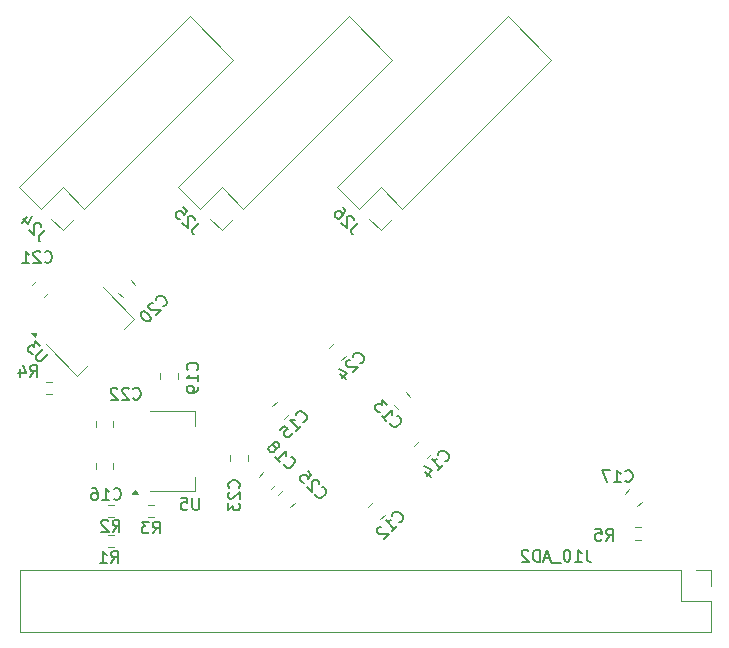
<source format=gbr>
%TF.GenerationSoftware,KiCad,Pcbnew,8.0.4*%
%TF.CreationDate,2024-12-17T16:17:44+07:00*%
%TF.ProjectId,cpld_mux,63706c64-5f6d-4757-982e-6b696361645f,rev?*%
%TF.SameCoordinates,Original*%
%TF.FileFunction,Legend,Bot*%
%TF.FilePolarity,Positive*%
%FSLAX46Y46*%
G04 Gerber Fmt 4.6, Leading zero omitted, Abs format (unit mm)*
G04 Created by KiCad (PCBNEW 8.0.4) date 2024-12-17 16:17:44*
%MOMM*%
%LPD*%
G01*
G04 APERTURE LIST*
%ADD10C,0.150000*%
%ADD11C,0.120000*%
G04 APERTURE END LIST*
D10*
X29699867Y-75814572D02*
X30033200Y-75338381D01*
X30271295Y-75814572D02*
X30271295Y-74814572D01*
X30271295Y-74814572D02*
X29890343Y-74814572D01*
X29890343Y-74814572D02*
X29795105Y-74862191D01*
X29795105Y-74862191D02*
X29747486Y-74909810D01*
X29747486Y-74909810D02*
X29699867Y-75005048D01*
X29699867Y-75005048D02*
X29699867Y-75147905D01*
X29699867Y-75147905D02*
X29747486Y-75243143D01*
X29747486Y-75243143D02*
X29795105Y-75290762D01*
X29795105Y-75290762D02*
X29890343Y-75338381D01*
X29890343Y-75338381D02*
X30271295Y-75338381D01*
X28747486Y-75814572D02*
X29318914Y-75814572D01*
X29033200Y-75814572D02*
X29033200Y-74814572D01*
X29033200Y-74814572D02*
X29128438Y-74957429D01*
X29128438Y-74957429D02*
X29223676Y-75052667D01*
X29223676Y-75052667D02*
X29318914Y-75100286D01*
X53347319Y-63958273D02*
X53347319Y-64025617D01*
X53347319Y-64025617D02*
X53414663Y-64160304D01*
X53414663Y-64160304D02*
X53482006Y-64227647D01*
X53482006Y-64227647D02*
X53616693Y-64294991D01*
X53616693Y-64294991D02*
X53751380Y-64294991D01*
X53751380Y-64294991D02*
X53852395Y-64261319D01*
X53852395Y-64261319D02*
X54020754Y-64160304D01*
X54020754Y-64160304D02*
X54121769Y-64059289D01*
X54121769Y-64059289D02*
X54222785Y-63890930D01*
X54222785Y-63890930D02*
X54256456Y-63789915D01*
X54256456Y-63789915D02*
X54256456Y-63655228D01*
X54256456Y-63655228D02*
X54189113Y-63520541D01*
X54189113Y-63520541D02*
X54121769Y-63453197D01*
X54121769Y-63453197D02*
X53987082Y-63385854D01*
X53987082Y-63385854D02*
X53919739Y-63385854D01*
X52606541Y-63352182D02*
X53010602Y-63756243D01*
X52808571Y-63554212D02*
X53515678Y-62847106D01*
X53515678Y-62847106D02*
X53482006Y-63015464D01*
X53482006Y-63015464D02*
X53482006Y-63150151D01*
X53482006Y-63150151D02*
X53515678Y-63251167D01*
X53077945Y-62409373D02*
X52640212Y-61971640D01*
X52640212Y-61971640D02*
X52606540Y-62476716D01*
X52606540Y-62476716D02*
X52505525Y-62375701D01*
X52505525Y-62375701D02*
X52404510Y-62342029D01*
X52404510Y-62342029D02*
X52337166Y-62342029D01*
X52337166Y-62342029D02*
X52236151Y-62375701D01*
X52236151Y-62375701D02*
X52067792Y-62544060D01*
X52067792Y-62544060D02*
X52034121Y-62645075D01*
X52034121Y-62645075D02*
X52034121Y-62712418D01*
X52034121Y-62712418D02*
X52067792Y-62813434D01*
X52067792Y-62813434D02*
X52269823Y-63015464D01*
X52269823Y-63015464D02*
X52370838Y-63049136D01*
X52370838Y-63049136D02*
X52438182Y-63049136D01*
X50621410Y-47016331D02*
X50116334Y-47521407D01*
X50116334Y-47521407D02*
X50048990Y-47656094D01*
X50048990Y-47656094D02*
X50048990Y-47790781D01*
X50048990Y-47790781D02*
X50116334Y-47925468D01*
X50116334Y-47925468D02*
X50183677Y-47992812D01*
X50251021Y-46780628D02*
X50251021Y-46713285D01*
X50251021Y-46713285D02*
X50217349Y-46612270D01*
X50217349Y-46612270D02*
X50048990Y-46443911D01*
X50048990Y-46443911D02*
X49947975Y-46410239D01*
X49947975Y-46410239D02*
X49880631Y-46410239D01*
X49880631Y-46410239D02*
X49779616Y-46443911D01*
X49779616Y-46443911D02*
X49712273Y-46511254D01*
X49712273Y-46511254D02*
X49644929Y-46645941D01*
X49644929Y-46645941D02*
X49644929Y-47454063D01*
X49644929Y-47454063D02*
X49207196Y-47016331D01*
X49308212Y-45703132D02*
X49442899Y-45837819D01*
X49442899Y-45837819D02*
X49476570Y-45938835D01*
X49476570Y-45938835D02*
X49476570Y-46006178D01*
X49476570Y-46006178D02*
X49442899Y-46174537D01*
X49442899Y-46174537D02*
X49341883Y-46342896D01*
X49341883Y-46342896D02*
X49072509Y-46612270D01*
X49072509Y-46612270D02*
X48971494Y-46645941D01*
X48971494Y-46645941D02*
X48904151Y-46645941D01*
X48904151Y-46645941D02*
X48803135Y-46612270D01*
X48803135Y-46612270D02*
X48668448Y-46477583D01*
X48668448Y-46477583D02*
X48634777Y-46376567D01*
X48634777Y-46376567D02*
X48634777Y-46309224D01*
X48634777Y-46309224D02*
X48668448Y-46208209D01*
X48668448Y-46208209D02*
X48836807Y-46039850D01*
X48836807Y-46039850D02*
X48937822Y-46006178D01*
X48937822Y-46006178D02*
X49005166Y-46006178D01*
X49005166Y-46006178D02*
X49106181Y-46039850D01*
X49106181Y-46039850D02*
X49240868Y-46174537D01*
X49240868Y-46174537D02*
X49274540Y-46275552D01*
X49274540Y-46275552D02*
X49274540Y-46342896D01*
X49274540Y-46342896D02*
X49240868Y-46443911D01*
X24080058Y-50319333D02*
X24127677Y-50366953D01*
X24127677Y-50366953D02*
X24270534Y-50414572D01*
X24270534Y-50414572D02*
X24365772Y-50414572D01*
X24365772Y-50414572D02*
X24508629Y-50366953D01*
X24508629Y-50366953D02*
X24603867Y-50271714D01*
X24603867Y-50271714D02*
X24651486Y-50176476D01*
X24651486Y-50176476D02*
X24699105Y-49986000D01*
X24699105Y-49986000D02*
X24699105Y-49843143D01*
X24699105Y-49843143D02*
X24651486Y-49652667D01*
X24651486Y-49652667D02*
X24603867Y-49557429D01*
X24603867Y-49557429D02*
X24508629Y-49462191D01*
X24508629Y-49462191D02*
X24365772Y-49414572D01*
X24365772Y-49414572D02*
X24270534Y-49414572D01*
X24270534Y-49414572D02*
X24127677Y-49462191D01*
X24127677Y-49462191D02*
X24080058Y-49509810D01*
X23699105Y-49509810D02*
X23651486Y-49462191D01*
X23651486Y-49462191D02*
X23556248Y-49414572D01*
X23556248Y-49414572D02*
X23318153Y-49414572D01*
X23318153Y-49414572D02*
X23222915Y-49462191D01*
X23222915Y-49462191D02*
X23175296Y-49509810D01*
X23175296Y-49509810D02*
X23127677Y-49605048D01*
X23127677Y-49605048D02*
X23127677Y-49700286D01*
X23127677Y-49700286D02*
X23175296Y-49843143D01*
X23175296Y-49843143D02*
X23746724Y-50414572D01*
X23746724Y-50414572D02*
X23127677Y-50414572D01*
X22175296Y-50414572D02*
X22746724Y-50414572D01*
X22461010Y-50414572D02*
X22461010Y-49414572D01*
X22461010Y-49414572D02*
X22556248Y-49557429D01*
X22556248Y-49557429D02*
X22651486Y-49652667D01*
X22651486Y-49652667D02*
X22746724Y-49700286D01*
X45944721Y-63864634D02*
X46012065Y-63864634D01*
X46012065Y-63864634D02*
X46146752Y-63797290D01*
X46146752Y-63797290D02*
X46214095Y-63729947D01*
X46214095Y-63729947D02*
X46281439Y-63595260D01*
X46281439Y-63595260D02*
X46281439Y-63460573D01*
X46281439Y-63460573D02*
X46247767Y-63359558D01*
X46247767Y-63359558D02*
X46146752Y-63191199D01*
X46146752Y-63191199D02*
X46045737Y-63090184D01*
X46045737Y-63090184D02*
X45877378Y-62989168D01*
X45877378Y-62989168D02*
X45776363Y-62955497D01*
X45776363Y-62955497D02*
X45641676Y-62955497D01*
X45641676Y-62955497D02*
X45506989Y-63022840D01*
X45506989Y-63022840D02*
X45439645Y-63090184D01*
X45439645Y-63090184D02*
X45372302Y-63224871D01*
X45372302Y-63224871D02*
X45372302Y-63292214D01*
X45338630Y-64605412D02*
X45742691Y-64201351D01*
X45540660Y-64403382D02*
X44833554Y-63696275D01*
X44833554Y-63696275D02*
X45001912Y-63729947D01*
X45001912Y-63729947D02*
X45136599Y-63729947D01*
X45136599Y-63729947D02*
X45237615Y-63696275D01*
X43991760Y-64538069D02*
X44328477Y-64201351D01*
X44328477Y-64201351D02*
X44698866Y-64504397D01*
X44698866Y-64504397D02*
X44631523Y-64504397D01*
X44631523Y-64504397D02*
X44530508Y-64538069D01*
X44530508Y-64538069D02*
X44362149Y-64706428D01*
X44362149Y-64706428D02*
X44328477Y-64807443D01*
X44328477Y-64807443D02*
X44328477Y-64874787D01*
X44328477Y-64874787D02*
X44362149Y-64975802D01*
X44362149Y-64975802D02*
X44530508Y-65144161D01*
X44530508Y-65144161D02*
X44631523Y-65177832D01*
X44631523Y-65177832D02*
X44698866Y-65177832D01*
X44698866Y-65177832D02*
X44799882Y-65144161D01*
X44799882Y-65144161D02*
X44968240Y-64975802D01*
X44968240Y-64975802D02*
X45001912Y-64874787D01*
X45001912Y-64874787D02*
X45001912Y-64807443D01*
X37153105Y-70297573D02*
X37153105Y-71107096D01*
X37153105Y-71107096D02*
X37105486Y-71202334D01*
X37105486Y-71202334D02*
X37057867Y-71249954D01*
X37057867Y-71249954D02*
X36962629Y-71297573D01*
X36962629Y-71297573D02*
X36772153Y-71297573D01*
X36772153Y-71297573D02*
X36676915Y-71249954D01*
X36676915Y-71249954D02*
X36629296Y-71202334D01*
X36629296Y-71202334D02*
X36581677Y-71107096D01*
X36581677Y-71107096D02*
X36581677Y-70297573D01*
X35629296Y-70297573D02*
X36105486Y-70297573D01*
X36105486Y-70297573D02*
X36153105Y-70773763D01*
X36153105Y-70773763D02*
X36105486Y-70726144D01*
X36105486Y-70726144D02*
X36010248Y-70678525D01*
X36010248Y-70678525D02*
X35772153Y-70678525D01*
X35772153Y-70678525D02*
X35676915Y-70726144D01*
X35676915Y-70726144D02*
X35629296Y-70773763D01*
X35629296Y-70773763D02*
X35581677Y-70869001D01*
X35581677Y-70869001D02*
X35581677Y-71107096D01*
X35581677Y-71107096D02*
X35629296Y-71202334D01*
X35629296Y-71202334D02*
X35676915Y-71249954D01*
X35676915Y-71249954D02*
X35772153Y-71297573D01*
X35772153Y-71297573D02*
X36010248Y-71297573D01*
X36010248Y-71297573D02*
X36105486Y-71249954D01*
X36105486Y-71249954D02*
X36153105Y-71202334D01*
X69974439Y-74687572D02*
X69974439Y-75401857D01*
X69974439Y-75401857D02*
X70022058Y-75544714D01*
X70022058Y-75544714D02*
X70117296Y-75639953D01*
X70117296Y-75639953D02*
X70260153Y-75687572D01*
X70260153Y-75687572D02*
X70355391Y-75687572D01*
X68974439Y-75687572D02*
X69545867Y-75687572D01*
X69260153Y-75687572D02*
X69260153Y-74687572D01*
X69260153Y-74687572D02*
X69355391Y-74830429D01*
X69355391Y-74830429D02*
X69450629Y-74925667D01*
X69450629Y-74925667D02*
X69545867Y-74973286D01*
X68355391Y-74687572D02*
X68260153Y-74687572D01*
X68260153Y-74687572D02*
X68164915Y-74735191D01*
X68164915Y-74735191D02*
X68117296Y-74782810D01*
X68117296Y-74782810D02*
X68069677Y-74878048D01*
X68069677Y-74878048D02*
X68022058Y-75068524D01*
X68022058Y-75068524D02*
X68022058Y-75306619D01*
X68022058Y-75306619D02*
X68069677Y-75497095D01*
X68069677Y-75497095D02*
X68117296Y-75592333D01*
X68117296Y-75592333D02*
X68164915Y-75639953D01*
X68164915Y-75639953D02*
X68260153Y-75687572D01*
X68260153Y-75687572D02*
X68355391Y-75687572D01*
X68355391Y-75687572D02*
X68450629Y-75639953D01*
X68450629Y-75639953D02*
X68498248Y-75592333D01*
X68498248Y-75592333D02*
X68545867Y-75497095D01*
X68545867Y-75497095D02*
X68593486Y-75306619D01*
X68593486Y-75306619D02*
X68593486Y-75068524D01*
X68593486Y-75068524D02*
X68545867Y-74878048D01*
X68545867Y-74878048D02*
X68498248Y-74782810D01*
X68498248Y-74782810D02*
X68450629Y-74735191D01*
X68450629Y-74735191D02*
X68355391Y-74687572D01*
X67831582Y-75782810D02*
X67069677Y-75782810D01*
X66879200Y-75401857D02*
X66403010Y-75401857D01*
X66974438Y-75687572D02*
X66641105Y-74687572D01*
X66641105Y-74687572D02*
X66307772Y-75687572D01*
X65974438Y-75687572D02*
X65974438Y-74687572D01*
X65974438Y-74687572D02*
X65736343Y-74687572D01*
X65736343Y-74687572D02*
X65593486Y-74735191D01*
X65593486Y-74735191D02*
X65498248Y-74830429D01*
X65498248Y-74830429D02*
X65450629Y-74925667D01*
X65450629Y-74925667D02*
X65403010Y-75116143D01*
X65403010Y-75116143D02*
X65403010Y-75259000D01*
X65403010Y-75259000D02*
X65450629Y-75449476D01*
X65450629Y-75449476D02*
X65498248Y-75544714D01*
X65498248Y-75544714D02*
X65593486Y-75639953D01*
X65593486Y-75639953D02*
X65736343Y-75687572D01*
X65736343Y-75687572D02*
X65974438Y-75687572D01*
X65022057Y-74782810D02*
X64974438Y-74735191D01*
X64974438Y-74735191D02*
X64879200Y-74687572D01*
X64879200Y-74687572D02*
X64641105Y-74687572D01*
X64641105Y-74687572D02*
X64545867Y-74735191D01*
X64545867Y-74735191D02*
X64498248Y-74782810D01*
X64498248Y-74782810D02*
X64450629Y-74878048D01*
X64450629Y-74878048D02*
X64450629Y-74973286D01*
X64450629Y-74973286D02*
X64498248Y-75116143D01*
X64498248Y-75116143D02*
X65069676Y-75687572D01*
X65069676Y-75687572D02*
X64450629Y-75687572D01*
X73229058Y-68861334D02*
X73276677Y-68908954D01*
X73276677Y-68908954D02*
X73419534Y-68956573D01*
X73419534Y-68956573D02*
X73514772Y-68956573D01*
X73514772Y-68956573D02*
X73657629Y-68908954D01*
X73657629Y-68908954D02*
X73752867Y-68813715D01*
X73752867Y-68813715D02*
X73800486Y-68718477D01*
X73800486Y-68718477D02*
X73848105Y-68528001D01*
X73848105Y-68528001D02*
X73848105Y-68385144D01*
X73848105Y-68385144D02*
X73800486Y-68194668D01*
X73800486Y-68194668D02*
X73752867Y-68099430D01*
X73752867Y-68099430D02*
X73657629Y-68004192D01*
X73657629Y-68004192D02*
X73514772Y-67956573D01*
X73514772Y-67956573D02*
X73419534Y-67956573D01*
X73419534Y-67956573D02*
X73276677Y-68004192D01*
X73276677Y-68004192D02*
X73229058Y-68051811D01*
X72276677Y-68956573D02*
X72848105Y-68956573D01*
X72562391Y-68956573D02*
X72562391Y-67956573D01*
X72562391Y-67956573D02*
X72657629Y-68099430D01*
X72657629Y-68099430D02*
X72752867Y-68194668D01*
X72752867Y-68194668D02*
X72848105Y-68242287D01*
X71943343Y-67956573D02*
X71276677Y-67956573D01*
X71276677Y-67956573D02*
X71705248Y-68956573D01*
X29922058Y-70385333D02*
X29969677Y-70432953D01*
X29969677Y-70432953D02*
X30112534Y-70480572D01*
X30112534Y-70480572D02*
X30207772Y-70480572D01*
X30207772Y-70480572D02*
X30350629Y-70432953D01*
X30350629Y-70432953D02*
X30445867Y-70337714D01*
X30445867Y-70337714D02*
X30493486Y-70242476D01*
X30493486Y-70242476D02*
X30541105Y-70052000D01*
X30541105Y-70052000D02*
X30541105Y-69909143D01*
X30541105Y-69909143D02*
X30493486Y-69718667D01*
X30493486Y-69718667D02*
X30445867Y-69623429D01*
X30445867Y-69623429D02*
X30350629Y-69528191D01*
X30350629Y-69528191D02*
X30207772Y-69480572D01*
X30207772Y-69480572D02*
X30112534Y-69480572D01*
X30112534Y-69480572D02*
X29969677Y-69528191D01*
X29969677Y-69528191D02*
X29922058Y-69575810D01*
X28969677Y-70480572D02*
X29541105Y-70480572D01*
X29255391Y-70480572D02*
X29255391Y-69480572D01*
X29255391Y-69480572D02*
X29350629Y-69623429D01*
X29350629Y-69623429D02*
X29445867Y-69718667D01*
X29445867Y-69718667D02*
X29541105Y-69766286D01*
X28112534Y-69480572D02*
X28303010Y-69480572D01*
X28303010Y-69480572D02*
X28398248Y-69528191D01*
X28398248Y-69528191D02*
X28445867Y-69575810D01*
X28445867Y-69575810D02*
X28541105Y-69718667D01*
X28541105Y-69718667D02*
X28588724Y-69909143D01*
X28588724Y-69909143D02*
X28588724Y-70290095D01*
X28588724Y-70290095D02*
X28541105Y-70385333D01*
X28541105Y-70385333D02*
X28493486Y-70432953D01*
X28493486Y-70432953D02*
X28398248Y-70480572D01*
X28398248Y-70480572D02*
X28207772Y-70480572D01*
X28207772Y-70480572D02*
X28112534Y-70432953D01*
X28112534Y-70432953D02*
X28064915Y-70385333D01*
X28064915Y-70385333D02*
X28017296Y-70290095D01*
X28017296Y-70290095D02*
X28017296Y-70052000D01*
X28017296Y-70052000D02*
X28064915Y-69956762D01*
X28064915Y-69956762D02*
X28112534Y-69909143D01*
X28112534Y-69909143D02*
X28207772Y-69861524D01*
X28207772Y-69861524D02*
X28398248Y-69861524D01*
X28398248Y-69861524D02*
X28493486Y-69909143D01*
X28493486Y-69909143D02*
X28541105Y-69956762D01*
X28541105Y-69956762D02*
X28588724Y-70052000D01*
X24141121Y-47606671D02*
X23636045Y-48111747D01*
X23636045Y-48111747D02*
X23568701Y-48246434D01*
X23568701Y-48246434D02*
X23568701Y-48381121D01*
X23568701Y-48381121D02*
X23636045Y-48515808D01*
X23636045Y-48515808D02*
X23703388Y-48583152D01*
X23770732Y-47370968D02*
X23770732Y-47303625D01*
X23770732Y-47303625D02*
X23737060Y-47202610D01*
X23737060Y-47202610D02*
X23568701Y-47034251D01*
X23568701Y-47034251D02*
X23467686Y-47000579D01*
X23467686Y-47000579D02*
X23400342Y-47000579D01*
X23400342Y-47000579D02*
X23299327Y-47034251D01*
X23299327Y-47034251D02*
X23231984Y-47101594D01*
X23231984Y-47101594D02*
X23164640Y-47236281D01*
X23164640Y-47236281D02*
X23164640Y-48044403D01*
X23164640Y-48044403D02*
X22726907Y-47606671D01*
X22592220Y-46529175D02*
X22120816Y-47000579D01*
X23029953Y-46428159D02*
X22693236Y-47101594D01*
X22693236Y-47101594D02*
X22255503Y-46663862D01*
X37159410Y-47016331D02*
X36654334Y-47521407D01*
X36654334Y-47521407D02*
X36586990Y-47656094D01*
X36586990Y-47656094D02*
X36586990Y-47790781D01*
X36586990Y-47790781D02*
X36654334Y-47925468D01*
X36654334Y-47925468D02*
X36721677Y-47992812D01*
X36789021Y-46780628D02*
X36789021Y-46713285D01*
X36789021Y-46713285D02*
X36755349Y-46612270D01*
X36755349Y-46612270D02*
X36586990Y-46443911D01*
X36586990Y-46443911D02*
X36485975Y-46410239D01*
X36485975Y-46410239D02*
X36418631Y-46410239D01*
X36418631Y-46410239D02*
X36317616Y-46443911D01*
X36317616Y-46443911D02*
X36250273Y-46511254D01*
X36250273Y-46511254D02*
X36182929Y-46645941D01*
X36182929Y-46645941D02*
X36182929Y-47454063D01*
X36182929Y-47454063D02*
X35745196Y-47016331D01*
X35812540Y-45669461D02*
X36149257Y-46006178D01*
X36149257Y-46006178D02*
X35846212Y-46376567D01*
X35846212Y-46376567D02*
X35846212Y-46309224D01*
X35846212Y-46309224D02*
X35812540Y-46208209D01*
X35812540Y-46208209D02*
X35644181Y-46039850D01*
X35644181Y-46039850D02*
X35543166Y-46006178D01*
X35543166Y-46006178D02*
X35475822Y-46006178D01*
X35475822Y-46006178D02*
X35374807Y-46039850D01*
X35374807Y-46039850D02*
X35206448Y-46208209D01*
X35206448Y-46208209D02*
X35172777Y-46309224D01*
X35172777Y-46309224D02*
X35172777Y-46376567D01*
X35172777Y-46376567D02*
X35206448Y-46477583D01*
X35206448Y-46477583D02*
X35374807Y-46645941D01*
X35374807Y-46645941D02*
X35475822Y-46679613D01*
X35475822Y-46679613D02*
X35543166Y-46679613D01*
X37004781Y-59476895D02*
X37052401Y-59429276D01*
X37052401Y-59429276D02*
X37100020Y-59286419D01*
X37100020Y-59286419D02*
X37100020Y-59191181D01*
X37100020Y-59191181D02*
X37052401Y-59048324D01*
X37052401Y-59048324D02*
X36957162Y-58953086D01*
X36957162Y-58953086D02*
X36861924Y-58905467D01*
X36861924Y-58905467D02*
X36671448Y-58857848D01*
X36671448Y-58857848D02*
X36528591Y-58857848D01*
X36528591Y-58857848D02*
X36338115Y-58905467D01*
X36338115Y-58905467D02*
X36242877Y-58953086D01*
X36242877Y-58953086D02*
X36147639Y-59048324D01*
X36147639Y-59048324D02*
X36100020Y-59191181D01*
X36100020Y-59191181D02*
X36100020Y-59286419D01*
X36100020Y-59286419D02*
X36147639Y-59429276D01*
X36147639Y-59429276D02*
X36195258Y-59476895D01*
X37100020Y-60429276D02*
X37100020Y-59857848D01*
X37100020Y-60143562D02*
X36100020Y-60143562D01*
X36100020Y-60143562D02*
X36242877Y-60048324D01*
X36242877Y-60048324D02*
X36338115Y-59953086D01*
X36338115Y-59953086D02*
X36385734Y-59857848D01*
X37100020Y-60905467D02*
X37100020Y-61095943D01*
X37100020Y-61095943D02*
X37052401Y-61191181D01*
X37052401Y-61191181D02*
X37004781Y-61238800D01*
X37004781Y-61238800D02*
X36861924Y-61334038D01*
X36861924Y-61334038D02*
X36671448Y-61381657D01*
X36671448Y-61381657D02*
X36290496Y-61381657D01*
X36290496Y-61381657D02*
X36195258Y-61334038D01*
X36195258Y-61334038D02*
X36147639Y-61286419D01*
X36147639Y-61286419D02*
X36100020Y-61191181D01*
X36100020Y-61191181D02*
X36100020Y-61000705D01*
X36100020Y-61000705D02*
X36147639Y-60905467D01*
X36147639Y-60905467D02*
X36195258Y-60857848D01*
X36195258Y-60857848D02*
X36290496Y-60810229D01*
X36290496Y-60810229D02*
X36528591Y-60810229D01*
X36528591Y-60810229D02*
X36623829Y-60857848D01*
X36623829Y-60857848D02*
X36671448Y-60905467D01*
X36671448Y-60905467D02*
X36719067Y-61000705D01*
X36719067Y-61000705D02*
X36719067Y-61191181D01*
X36719067Y-61191181D02*
X36671448Y-61286419D01*
X36671448Y-61286419D02*
X36623829Y-61334038D01*
X36623829Y-61334038D02*
X36528591Y-61381657D01*
X29826867Y-73147572D02*
X30160200Y-72671381D01*
X30398295Y-73147572D02*
X30398295Y-72147572D01*
X30398295Y-72147572D02*
X30017343Y-72147572D01*
X30017343Y-72147572D02*
X29922105Y-72195191D01*
X29922105Y-72195191D02*
X29874486Y-72242810D01*
X29874486Y-72242810D02*
X29826867Y-72338048D01*
X29826867Y-72338048D02*
X29826867Y-72480905D01*
X29826867Y-72480905D02*
X29874486Y-72576143D01*
X29874486Y-72576143D02*
X29922105Y-72623762D01*
X29922105Y-72623762D02*
X30017343Y-72671381D01*
X30017343Y-72671381D02*
X30398295Y-72671381D01*
X29445914Y-72242810D02*
X29398295Y-72195191D01*
X29398295Y-72195191D02*
X29303057Y-72147572D01*
X29303057Y-72147572D02*
X29064962Y-72147572D01*
X29064962Y-72147572D02*
X28969724Y-72195191D01*
X28969724Y-72195191D02*
X28922105Y-72242810D01*
X28922105Y-72242810D02*
X28874486Y-72338048D01*
X28874486Y-72338048D02*
X28874486Y-72433286D01*
X28874486Y-72433286D02*
X28922105Y-72576143D01*
X28922105Y-72576143D02*
X29493533Y-73147572D01*
X29493533Y-73147572D02*
X28874486Y-73147572D01*
X57972970Y-67203385D02*
X58040314Y-67203385D01*
X58040314Y-67203385D02*
X58175001Y-67136041D01*
X58175001Y-67136041D02*
X58242344Y-67068698D01*
X58242344Y-67068698D02*
X58309688Y-66934011D01*
X58309688Y-66934011D02*
X58309688Y-66799324D01*
X58309688Y-66799324D02*
X58276016Y-66698309D01*
X58276016Y-66698309D02*
X58175001Y-66529950D01*
X58175001Y-66529950D02*
X58073986Y-66428935D01*
X58073986Y-66428935D02*
X57905627Y-66327919D01*
X57905627Y-66327919D02*
X57804612Y-66294248D01*
X57804612Y-66294248D02*
X57669925Y-66294248D01*
X57669925Y-66294248D02*
X57535238Y-66361591D01*
X57535238Y-66361591D02*
X57467894Y-66428935D01*
X57467894Y-66428935D02*
X57400551Y-66563622D01*
X57400551Y-66563622D02*
X57400551Y-66630965D01*
X57366879Y-67944163D02*
X57770940Y-67540102D01*
X57568909Y-67742133D02*
X56861803Y-67035026D01*
X56861803Y-67035026D02*
X57030161Y-67068698D01*
X57030161Y-67068698D02*
X57164848Y-67068698D01*
X57164848Y-67068698D02*
X57265864Y-67035026D01*
X56289383Y-68078851D02*
X56760787Y-68550255D01*
X56188367Y-67641118D02*
X56861802Y-67977835D01*
X56861802Y-67977835D02*
X56424070Y-68415568D01*
X22841867Y-60066572D02*
X23175200Y-59590381D01*
X23413295Y-60066572D02*
X23413295Y-59066572D01*
X23413295Y-59066572D02*
X23032343Y-59066572D01*
X23032343Y-59066572D02*
X22937105Y-59114191D01*
X22937105Y-59114191D02*
X22889486Y-59161810D01*
X22889486Y-59161810D02*
X22841867Y-59257048D01*
X22841867Y-59257048D02*
X22841867Y-59399905D01*
X22841867Y-59399905D02*
X22889486Y-59495143D01*
X22889486Y-59495143D02*
X22937105Y-59542762D01*
X22937105Y-59542762D02*
X23032343Y-59590381D01*
X23032343Y-59590381D02*
X23413295Y-59590381D01*
X21984724Y-59399905D02*
X21984724Y-60066572D01*
X22222819Y-59018953D02*
X22460914Y-59733238D01*
X22460914Y-59733238D02*
X21841867Y-59733238D01*
X71609867Y-73909572D02*
X71943200Y-73433381D01*
X72181295Y-73909572D02*
X72181295Y-72909572D01*
X72181295Y-72909572D02*
X71800343Y-72909572D01*
X71800343Y-72909572D02*
X71705105Y-72957191D01*
X71705105Y-72957191D02*
X71657486Y-73004810D01*
X71657486Y-73004810D02*
X71609867Y-73100048D01*
X71609867Y-73100048D02*
X71609867Y-73242905D01*
X71609867Y-73242905D02*
X71657486Y-73338143D01*
X71657486Y-73338143D02*
X71705105Y-73385762D01*
X71705105Y-73385762D02*
X71800343Y-73433381D01*
X71800343Y-73433381D02*
X72181295Y-73433381D01*
X70705105Y-72909572D02*
X71181295Y-72909572D01*
X71181295Y-72909572D02*
X71228914Y-73385762D01*
X71228914Y-73385762D02*
X71181295Y-73338143D01*
X71181295Y-73338143D02*
X71086057Y-73290524D01*
X71086057Y-73290524D02*
X70847962Y-73290524D01*
X70847962Y-73290524D02*
X70752724Y-73338143D01*
X70752724Y-73338143D02*
X70705105Y-73385762D01*
X70705105Y-73385762D02*
X70657486Y-73481000D01*
X70657486Y-73481000D02*
X70657486Y-73719095D01*
X70657486Y-73719095D02*
X70705105Y-73814333D01*
X70705105Y-73814333D02*
X70752724Y-73861953D01*
X70752724Y-73861953D02*
X70847962Y-73909572D01*
X70847962Y-73909572D02*
X71086057Y-73909572D01*
X71086057Y-73909572D02*
X71181295Y-73861953D01*
X71181295Y-73861953D02*
X71228914Y-73814333D01*
X31573058Y-61876333D02*
X31620677Y-61923953D01*
X31620677Y-61923953D02*
X31763534Y-61971572D01*
X31763534Y-61971572D02*
X31858772Y-61971572D01*
X31858772Y-61971572D02*
X32001629Y-61923953D01*
X32001629Y-61923953D02*
X32096867Y-61828714D01*
X32096867Y-61828714D02*
X32144486Y-61733476D01*
X32144486Y-61733476D02*
X32192105Y-61543000D01*
X32192105Y-61543000D02*
X32192105Y-61400143D01*
X32192105Y-61400143D02*
X32144486Y-61209667D01*
X32144486Y-61209667D02*
X32096867Y-61114429D01*
X32096867Y-61114429D02*
X32001629Y-61019191D01*
X32001629Y-61019191D02*
X31858772Y-60971572D01*
X31858772Y-60971572D02*
X31763534Y-60971572D01*
X31763534Y-60971572D02*
X31620677Y-61019191D01*
X31620677Y-61019191D02*
X31573058Y-61066810D01*
X31192105Y-61066810D02*
X31144486Y-61019191D01*
X31144486Y-61019191D02*
X31049248Y-60971572D01*
X31049248Y-60971572D02*
X30811153Y-60971572D01*
X30811153Y-60971572D02*
X30715915Y-61019191D01*
X30715915Y-61019191D02*
X30668296Y-61066810D01*
X30668296Y-61066810D02*
X30620677Y-61162048D01*
X30620677Y-61162048D02*
X30620677Y-61257286D01*
X30620677Y-61257286D02*
X30668296Y-61400143D01*
X30668296Y-61400143D02*
X31239724Y-61971572D01*
X31239724Y-61971572D02*
X30620677Y-61971572D01*
X30239724Y-61066810D02*
X30192105Y-61019191D01*
X30192105Y-61019191D02*
X30096867Y-60971572D01*
X30096867Y-60971572D02*
X29858772Y-60971572D01*
X29858772Y-60971572D02*
X29763534Y-61019191D01*
X29763534Y-61019191D02*
X29715915Y-61066810D01*
X29715915Y-61066810D02*
X29668296Y-61162048D01*
X29668296Y-61162048D02*
X29668296Y-61257286D01*
X29668296Y-61257286D02*
X29715915Y-61400143D01*
X29715915Y-61400143D02*
X30287343Y-61971572D01*
X30287343Y-61971572D02*
X29668296Y-61971572D01*
X54072721Y-72373634D02*
X54140065Y-72373634D01*
X54140065Y-72373634D02*
X54274752Y-72306290D01*
X54274752Y-72306290D02*
X54342095Y-72238947D01*
X54342095Y-72238947D02*
X54409439Y-72104260D01*
X54409439Y-72104260D02*
X54409439Y-71969573D01*
X54409439Y-71969573D02*
X54375767Y-71868558D01*
X54375767Y-71868558D02*
X54274752Y-71700199D01*
X54274752Y-71700199D02*
X54173737Y-71599184D01*
X54173737Y-71599184D02*
X54005378Y-71498168D01*
X54005378Y-71498168D02*
X53904363Y-71464497D01*
X53904363Y-71464497D02*
X53769676Y-71464497D01*
X53769676Y-71464497D02*
X53634989Y-71531840D01*
X53634989Y-71531840D02*
X53567645Y-71599184D01*
X53567645Y-71599184D02*
X53500302Y-71733871D01*
X53500302Y-71733871D02*
X53500302Y-71801214D01*
X53466630Y-73114412D02*
X53870691Y-72710351D01*
X53668660Y-72912382D02*
X52961554Y-72205275D01*
X52961554Y-72205275D02*
X53129912Y-72238947D01*
X53129912Y-72238947D02*
X53264599Y-72238947D01*
X53264599Y-72238947D02*
X53365615Y-72205275D01*
X52557492Y-72744023D02*
X52490149Y-72744023D01*
X52490149Y-72744023D02*
X52389134Y-72777695D01*
X52389134Y-72777695D02*
X52220775Y-72946054D01*
X52220775Y-72946054D02*
X52187103Y-73047069D01*
X52187103Y-73047069D02*
X52187103Y-73114413D01*
X52187103Y-73114413D02*
X52220775Y-73215428D01*
X52220775Y-73215428D02*
X52288118Y-73282771D01*
X52288118Y-73282771D02*
X52422805Y-73350115D01*
X52422805Y-73350115D02*
X53230927Y-73350115D01*
X53230927Y-73350115D02*
X52793195Y-73787848D01*
X40509981Y-69443894D02*
X40557601Y-69396275D01*
X40557601Y-69396275D02*
X40605220Y-69253418D01*
X40605220Y-69253418D02*
X40605220Y-69158180D01*
X40605220Y-69158180D02*
X40557601Y-69015323D01*
X40557601Y-69015323D02*
X40462362Y-68920085D01*
X40462362Y-68920085D02*
X40367124Y-68872466D01*
X40367124Y-68872466D02*
X40176648Y-68824847D01*
X40176648Y-68824847D02*
X40033791Y-68824847D01*
X40033791Y-68824847D02*
X39843315Y-68872466D01*
X39843315Y-68872466D02*
X39748077Y-68920085D01*
X39748077Y-68920085D02*
X39652839Y-69015323D01*
X39652839Y-69015323D02*
X39605220Y-69158180D01*
X39605220Y-69158180D02*
X39605220Y-69253418D01*
X39605220Y-69253418D02*
X39652839Y-69396275D01*
X39652839Y-69396275D02*
X39700458Y-69443894D01*
X39700458Y-69824847D02*
X39652839Y-69872466D01*
X39652839Y-69872466D02*
X39605220Y-69967704D01*
X39605220Y-69967704D02*
X39605220Y-70205799D01*
X39605220Y-70205799D02*
X39652839Y-70301037D01*
X39652839Y-70301037D02*
X39700458Y-70348656D01*
X39700458Y-70348656D02*
X39795696Y-70396275D01*
X39795696Y-70396275D02*
X39890934Y-70396275D01*
X39890934Y-70396275D02*
X40033791Y-70348656D01*
X40033791Y-70348656D02*
X40605220Y-69777228D01*
X40605220Y-69777228D02*
X40605220Y-70396275D01*
X39605220Y-70729609D02*
X39605220Y-71348656D01*
X39605220Y-71348656D02*
X39986172Y-71015323D01*
X39986172Y-71015323D02*
X39986172Y-71158180D01*
X39986172Y-71158180D02*
X40033791Y-71253418D01*
X40033791Y-71253418D02*
X40081410Y-71301037D01*
X40081410Y-71301037D02*
X40176648Y-71348656D01*
X40176648Y-71348656D02*
X40414743Y-71348656D01*
X40414743Y-71348656D02*
X40509981Y-71301037D01*
X40509981Y-71301037D02*
X40557601Y-71253418D01*
X40557601Y-71253418D02*
X40605220Y-71158180D01*
X40605220Y-71158180D02*
X40605220Y-70872466D01*
X40605220Y-70872466D02*
X40557601Y-70777228D01*
X40557601Y-70777228D02*
X40509981Y-70729609D01*
X33232367Y-73307572D02*
X33565700Y-72831381D01*
X33803795Y-73307572D02*
X33803795Y-72307572D01*
X33803795Y-72307572D02*
X33422843Y-72307572D01*
X33422843Y-72307572D02*
X33327605Y-72355191D01*
X33327605Y-72355191D02*
X33279986Y-72402810D01*
X33279986Y-72402810D02*
X33232367Y-72498048D01*
X33232367Y-72498048D02*
X33232367Y-72640905D01*
X33232367Y-72640905D02*
X33279986Y-72736143D01*
X33279986Y-72736143D02*
X33327605Y-72783762D01*
X33327605Y-72783762D02*
X33422843Y-72831381D01*
X33422843Y-72831381D02*
X33803795Y-72831381D01*
X32899033Y-72307572D02*
X32279986Y-72307572D01*
X32279986Y-72307572D02*
X32613319Y-72688524D01*
X32613319Y-72688524D02*
X32470462Y-72688524D01*
X32470462Y-72688524D02*
X32375224Y-72736143D01*
X32375224Y-72736143D02*
X32327605Y-72783762D01*
X32327605Y-72783762D02*
X32279986Y-72879000D01*
X32279986Y-72879000D02*
X32279986Y-73117095D01*
X32279986Y-73117095D02*
X32327605Y-73212333D01*
X32327605Y-73212333D02*
X32375224Y-73259953D01*
X32375224Y-73259953D02*
X32470462Y-73307572D01*
X32470462Y-73307572D02*
X32756176Y-73307572D01*
X32756176Y-73307572D02*
X32851414Y-73259953D01*
X32851414Y-73259953D02*
X32899033Y-73212333D01*
X44338507Y-67432583D02*
X44338507Y-67499927D01*
X44338507Y-67499927D02*
X44405851Y-67634614D01*
X44405851Y-67634614D02*
X44473194Y-67701957D01*
X44473194Y-67701957D02*
X44607881Y-67769301D01*
X44607881Y-67769301D02*
X44742568Y-67769301D01*
X44742568Y-67769301D02*
X44843583Y-67735629D01*
X44843583Y-67735629D02*
X45011942Y-67634614D01*
X45011942Y-67634614D02*
X45112957Y-67533599D01*
X45112957Y-67533599D02*
X45213973Y-67365240D01*
X45213973Y-67365240D02*
X45247644Y-67264225D01*
X45247644Y-67264225D02*
X45247644Y-67129538D01*
X45247644Y-67129538D02*
X45180301Y-66994851D01*
X45180301Y-66994851D02*
X45112957Y-66927507D01*
X45112957Y-66927507D02*
X44978270Y-66860164D01*
X44978270Y-66860164D02*
X44910927Y-66860164D01*
X43597729Y-66826492D02*
X44001790Y-67230553D01*
X43799759Y-67028522D02*
X44506866Y-66321416D01*
X44506866Y-66321416D02*
X44473194Y-66489774D01*
X44473194Y-66489774D02*
X44473194Y-66624461D01*
X44473194Y-66624461D02*
X44506866Y-66725477D01*
X43597728Y-66018370D02*
X43698744Y-66052041D01*
X43698744Y-66052041D02*
X43766087Y-66052041D01*
X43766087Y-66052041D02*
X43867102Y-66018370D01*
X43867102Y-66018370D02*
X43900774Y-65984698D01*
X43900774Y-65984698D02*
X43934446Y-65883683D01*
X43934446Y-65883683D02*
X43934446Y-65816339D01*
X43934446Y-65816339D02*
X43900774Y-65715324D01*
X43900774Y-65715324D02*
X43766087Y-65580637D01*
X43766087Y-65580637D02*
X43665072Y-65546965D01*
X43665072Y-65546965D02*
X43597728Y-65546965D01*
X43597728Y-65546965D02*
X43496713Y-65580637D01*
X43496713Y-65580637D02*
X43463041Y-65614309D01*
X43463041Y-65614309D02*
X43429370Y-65715324D01*
X43429370Y-65715324D02*
X43429370Y-65782667D01*
X43429370Y-65782667D02*
X43463041Y-65883683D01*
X43463041Y-65883683D02*
X43597728Y-66018370D01*
X43597728Y-66018370D02*
X43631400Y-66119385D01*
X43631400Y-66119385D02*
X43631400Y-66186728D01*
X43631400Y-66186728D02*
X43597728Y-66287744D01*
X43597728Y-66287744D02*
X43463041Y-66422431D01*
X43463041Y-66422431D02*
X43362026Y-66456102D01*
X43362026Y-66456102D02*
X43294683Y-66456102D01*
X43294683Y-66456102D02*
X43193667Y-66422431D01*
X43193667Y-66422431D02*
X43058980Y-66287744D01*
X43058980Y-66287744D02*
X43025309Y-66186728D01*
X43025309Y-66186728D02*
X43025309Y-66119385D01*
X43025309Y-66119385D02*
X43058980Y-66018370D01*
X43058980Y-66018370D02*
X43193667Y-65883683D01*
X43193667Y-65883683D02*
X43294683Y-65850011D01*
X43294683Y-65850011D02*
X43362026Y-65850011D01*
X43362026Y-65850011D02*
X43463041Y-65883683D01*
X24361450Y-58113998D02*
X23789030Y-58686418D01*
X23789030Y-58686418D02*
X23688015Y-58720090D01*
X23688015Y-58720090D02*
X23620671Y-58720090D01*
X23620671Y-58720090D02*
X23519656Y-58686418D01*
X23519656Y-58686418D02*
X23384969Y-58551731D01*
X23384969Y-58551731D02*
X23351297Y-58450716D01*
X23351297Y-58450716D02*
X23351297Y-58383372D01*
X23351297Y-58383372D02*
X23384969Y-58282357D01*
X23384969Y-58282357D02*
X23957389Y-57709937D01*
X23688015Y-57440563D02*
X23250282Y-57002831D01*
X23250282Y-57002831D02*
X23216610Y-57507907D01*
X23216610Y-57507907D02*
X23115595Y-57406892D01*
X23115595Y-57406892D02*
X23014580Y-57373220D01*
X23014580Y-57373220D02*
X22947236Y-57373220D01*
X22947236Y-57373220D02*
X22846221Y-57406892D01*
X22846221Y-57406892D02*
X22677862Y-57575250D01*
X22677862Y-57575250D02*
X22644190Y-57676266D01*
X22644190Y-57676266D02*
X22644190Y-57743609D01*
X22644190Y-57743609D02*
X22677862Y-57844624D01*
X22677862Y-57844624D02*
X22879893Y-58046655D01*
X22879893Y-58046655D02*
X22980908Y-58080327D01*
X22980908Y-58080327D02*
X23048251Y-58080327D01*
X34077431Y-54077446D02*
X34144775Y-54077446D01*
X34144775Y-54077446D02*
X34279462Y-54010102D01*
X34279462Y-54010102D02*
X34346805Y-53942759D01*
X34346805Y-53942759D02*
X34414149Y-53808072D01*
X34414149Y-53808072D02*
X34414149Y-53673385D01*
X34414149Y-53673385D02*
X34380477Y-53572370D01*
X34380477Y-53572370D02*
X34279462Y-53404011D01*
X34279462Y-53404011D02*
X34178447Y-53302996D01*
X34178447Y-53302996D02*
X34010088Y-53201980D01*
X34010088Y-53201980D02*
X33909073Y-53168309D01*
X33909073Y-53168309D02*
X33774386Y-53168309D01*
X33774386Y-53168309D02*
X33639699Y-53235652D01*
X33639699Y-53235652D02*
X33572355Y-53302996D01*
X33572355Y-53302996D02*
X33505012Y-53437683D01*
X33505012Y-53437683D02*
X33505012Y-53505026D01*
X33235638Y-53774400D02*
X33168294Y-53774400D01*
X33168294Y-53774400D02*
X33067279Y-53808072D01*
X33067279Y-53808072D02*
X32898920Y-53976431D01*
X32898920Y-53976431D02*
X32865248Y-54077446D01*
X32865248Y-54077446D02*
X32865248Y-54144789D01*
X32865248Y-54144789D02*
X32898920Y-54245805D01*
X32898920Y-54245805D02*
X32966264Y-54313148D01*
X32966264Y-54313148D02*
X33100951Y-54380492D01*
X33100951Y-54380492D02*
X33909073Y-54380492D01*
X33909073Y-54380492D02*
X33471340Y-54818224D01*
X32326500Y-54548851D02*
X32259157Y-54616194D01*
X32259157Y-54616194D02*
X32225485Y-54717209D01*
X32225485Y-54717209D02*
X32225485Y-54784553D01*
X32225485Y-54784553D02*
X32259157Y-54885568D01*
X32259157Y-54885568D02*
X32360172Y-55053927D01*
X32360172Y-55053927D02*
X32528531Y-55222286D01*
X32528531Y-55222286D02*
X32696889Y-55323301D01*
X32696889Y-55323301D02*
X32797905Y-55356973D01*
X32797905Y-55356973D02*
X32865248Y-55356973D01*
X32865248Y-55356973D02*
X32966263Y-55323301D01*
X32966263Y-55323301D02*
X33033607Y-55255957D01*
X33033607Y-55255957D02*
X33067279Y-55154942D01*
X33067279Y-55154942D02*
X33067279Y-55087599D01*
X33067279Y-55087599D02*
X33033607Y-54986583D01*
X33033607Y-54986583D02*
X32932592Y-54818225D01*
X32932592Y-54818225D02*
X32764233Y-54649866D01*
X32764233Y-54649866D02*
X32595874Y-54548851D01*
X32595874Y-54548851D02*
X32494859Y-54515179D01*
X32494859Y-54515179D02*
X32427515Y-54515179D01*
X32427515Y-54515179D02*
X32326500Y-54548851D01*
X50770721Y-58911634D02*
X50838065Y-58911634D01*
X50838065Y-58911634D02*
X50972752Y-58844290D01*
X50972752Y-58844290D02*
X51040095Y-58776947D01*
X51040095Y-58776947D02*
X51107439Y-58642260D01*
X51107439Y-58642260D02*
X51107439Y-58507573D01*
X51107439Y-58507573D02*
X51073767Y-58406558D01*
X51073767Y-58406558D02*
X50972752Y-58238199D01*
X50972752Y-58238199D02*
X50871737Y-58137184D01*
X50871737Y-58137184D02*
X50703378Y-58036168D01*
X50703378Y-58036168D02*
X50602363Y-58002497D01*
X50602363Y-58002497D02*
X50467676Y-58002497D01*
X50467676Y-58002497D02*
X50332989Y-58069840D01*
X50332989Y-58069840D02*
X50265645Y-58137184D01*
X50265645Y-58137184D02*
X50198302Y-58271871D01*
X50198302Y-58271871D02*
X50198302Y-58339214D01*
X49928928Y-58608588D02*
X49861584Y-58608588D01*
X49861584Y-58608588D02*
X49760569Y-58642260D01*
X49760569Y-58642260D02*
X49592210Y-58810619D01*
X49592210Y-58810619D02*
X49558538Y-58911634D01*
X49558538Y-58911634D02*
X49558538Y-58978977D01*
X49558538Y-58978977D02*
X49592210Y-59079993D01*
X49592210Y-59079993D02*
X49659554Y-59147336D01*
X49659554Y-59147336D02*
X49794241Y-59214680D01*
X49794241Y-59214680D02*
X50602363Y-59214680D01*
X50602363Y-59214680D02*
X50164630Y-59652412D01*
X49087134Y-59787100D02*
X49558538Y-60258504D01*
X48986118Y-59349367D02*
X49659553Y-59686084D01*
X49659553Y-59686084D02*
X49221821Y-60123817D01*
X47005507Y-69972583D02*
X47005507Y-70039927D01*
X47005507Y-70039927D02*
X47072851Y-70174614D01*
X47072851Y-70174614D02*
X47140194Y-70241957D01*
X47140194Y-70241957D02*
X47274881Y-70309301D01*
X47274881Y-70309301D02*
X47409568Y-70309301D01*
X47409568Y-70309301D02*
X47510583Y-70275629D01*
X47510583Y-70275629D02*
X47678942Y-70174614D01*
X47678942Y-70174614D02*
X47779957Y-70073599D01*
X47779957Y-70073599D02*
X47880973Y-69905240D01*
X47880973Y-69905240D02*
X47914644Y-69804225D01*
X47914644Y-69804225D02*
X47914644Y-69669538D01*
X47914644Y-69669538D02*
X47847301Y-69534851D01*
X47847301Y-69534851D02*
X47779957Y-69467507D01*
X47779957Y-69467507D02*
X47645270Y-69400164D01*
X47645270Y-69400164D02*
X47577927Y-69400164D01*
X47308553Y-69130790D02*
X47308553Y-69063446D01*
X47308553Y-69063446D02*
X47274881Y-68962431D01*
X47274881Y-68962431D02*
X47106522Y-68794072D01*
X47106522Y-68794072D02*
X47005507Y-68760400D01*
X47005507Y-68760400D02*
X46938164Y-68760400D01*
X46938164Y-68760400D02*
X46837148Y-68794072D01*
X46837148Y-68794072D02*
X46769805Y-68861416D01*
X46769805Y-68861416D02*
X46702461Y-68996103D01*
X46702461Y-68996103D02*
X46702461Y-69804225D01*
X46702461Y-69804225D02*
X46264729Y-69366492D01*
X46332072Y-68019622D02*
X46668790Y-68356339D01*
X46668790Y-68356339D02*
X46365744Y-68726728D01*
X46365744Y-68726728D02*
X46365744Y-68659385D01*
X46365744Y-68659385D02*
X46332072Y-68558370D01*
X46332072Y-68558370D02*
X46163713Y-68390011D01*
X46163713Y-68390011D02*
X46062698Y-68356339D01*
X46062698Y-68356339D02*
X45995354Y-68356339D01*
X45995354Y-68356339D02*
X45894339Y-68390011D01*
X45894339Y-68390011D02*
X45725980Y-68558370D01*
X45725980Y-68558370D02*
X45692309Y-68659385D01*
X45692309Y-68659385D02*
X45692309Y-68726728D01*
X45692309Y-68726728D02*
X45725980Y-68827744D01*
X45725980Y-68827744D02*
X45894339Y-68996102D01*
X45894339Y-68996102D02*
X45995354Y-69029774D01*
X45995354Y-69029774D02*
X46062698Y-69029774D01*
D11*
%TO.C,R1*%
X29405477Y-73440253D02*
X29914925Y-73440253D01*
X29405477Y-74485253D02*
X29914925Y-74485253D01*
%TO.C,C13*%
X53999962Y-62765961D02*
X53630495Y-62396494D01*
X55039409Y-61726514D02*
X54669942Y-61357047D01*
%TO.C,J26*%
X50681723Y-45811179D02*
X48843246Y-43972702D01*
X52520201Y-43972702D02*
X50681723Y-45811179D01*
X52520201Y-47649657D02*
X51579749Y-46709205D01*
X53460653Y-46709205D02*
X52520201Y-47649657D01*
X54358679Y-45811179D02*
X52520201Y-43972702D01*
X63296508Y-29519439D02*
X48843246Y-43972702D01*
X66973464Y-33196394D02*
X54358679Y-45811179D01*
X66973464Y-33196394D02*
X63296508Y-29519439D01*
%TO.C,C21*%
X22986744Y-52291763D02*
X23356211Y-51922296D01*
X24026191Y-53331210D02*
X24395658Y-52961743D01*
%TO.C,C15*%
X43712962Y-62172545D02*
X43343495Y-62542012D01*
X44752409Y-63211992D02*
X44382942Y-63581459D01*
%TO.C,U5*%
X36777201Y-62932753D02*
X33017201Y-62932752D01*
X36777201Y-64192752D02*
X36777201Y-62932753D01*
X36777201Y-68492754D02*
X36777201Y-69752753D01*
X36777201Y-69752753D02*
X33017201Y-69752754D01*
X31977201Y-69982753D02*
X31497201Y-69982753D01*
X31737201Y-69652753D01*
X31977201Y-69982753D01*
G36*
X31977201Y-69982753D02*
G01*
X31497201Y-69982753D01*
X31737201Y-69652753D01*
X31977201Y-69982753D01*
G37*
%TO.C,J10_AD2*%
X21980201Y-76442753D02*
X21980201Y-81642753D01*
X21980201Y-76442753D02*
X77920200Y-76442753D01*
X21980201Y-81642753D02*
X80520201Y-81642753D01*
X77920200Y-76442753D02*
X77920201Y-79042753D01*
X77920201Y-79042753D02*
X80520201Y-79042754D01*
X79190201Y-76442753D02*
X80520201Y-76442753D01*
X80520201Y-76442753D02*
X80520201Y-77772753D01*
X80520201Y-79042754D02*
X80520201Y-81642753D01*
%TO.C,C17*%
X73585211Y-69575296D02*
X73215744Y-69944763D01*
X74624658Y-70614743D02*
X74255191Y-70984210D01*
%TO.C,C16*%
X28417201Y-67874006D02*
X28417201Y-67351500D01*
X29887201Y-67874006D02*
X29887201Y-67351500D01*
%TO.C,J24*%
X23757723Y-45811179D02*
X21919246Y-43972702D01*
X25596201Y-43972702D02*
X23757723Y-45811179D01*
X25596201Y-47649657D02*
X24655749Y-46709205D01*
X26536653Y-46709205D02*
X25596201Y-47649657D01*
X27434679Y-45811179D02*
X25596201Y-43972702D01*
X36372508Y-29519439D02*
X21919246Y-43972702D01*
X40049464Y-33196394D02*
X27434679Y-45811179D01*
X40049464Y-33196394D02*
X36372508Y-29519439D01*
%TO.C,J25*%
X37219723Y-45811179D02*
X35381246Y-43972702D01*
X39058201Y-43972702D02*
X37219723Y-45811179D01*
X39058201Y-47649657D02*
X38117749Y-46709205D01*
X39998653Y-46709205D02*
X39058201Y-47649657D01*
X40896679Y-45811179D02*
X39058201Y-43972702D01*
X49834508Y-29519439D02*
X35381246Y-43972702D01*
X53511464Y-33196394D02*
X40896679Y-45811179D01*
X53511464Y-33196394D02*
X49834508Y-29519439D01*
%TO.C,C19*%
X33878201Y-60254006D02*
X33878201Y-59731500D01*
X35348201Y-60254006D02*
X35348201Y-59731500D01*
%TO.C,R2*%
X29405477Y-70900253D02*
X29914925Y-70900253D01*
X29405477Y-71945253D02*
X29914925Y-71945253D01*
%TO.C,C14*%
X55741211Y-65511296D02*
X55371744Y-65880763D01*
X56780658Y-66550743D02*
X56411191Y-66920210D01*
%TO.C,R4*%
X24731425Y-60486253D02*
X24221977Y-60486253D01*
X24731425Y-61531253D02*
X24221977Y-61531253D01*
%TO.C,R5*%
X74579425Y-72805253D02*
X74069977Y-72805253D01*
X74579425Y-73850253D02*
X74069977Y-73850253D01*
%TO.C,C22*%
X28417201Y-64318006D02*
X28417201Y-63795500D01*
X29887201Y-64318006D02*
X29887201Y-63795500D01*
%TO.C,C12*%
X51840962Y-70681545D02*
X51471495Y-71051012D01*
X52880409Y-71720992D02*
X52510942Y-72090459D01*
%TO.C,C23*%
X39796401Y-67173005D02*
X39796401Y-66650499D01*
X41266401Y-67173005D02*
X41266401Y-66650499D01*
%TO.C,R3*%
X33320425Y-70900253D02*
X32810977Y-70900253D01*
X33320425Y-71945253D02*
X32810977Y-71945253D01*
%TO.C,C18*%
X42200495Y-68511012D02*
X42569962Y-68141545D01*
X43239942Y-69550459D02*
X43609409Y-69180992D01*
%TO.C,U3*%
X26821541Y-59944561D02*
X24162819Y-57285840D01*
X27712495Y-59053607D02*
X26821541Y-59944561D01*
X30753055Y-56013047D02*
X31644009Y-55122093D01*
X31644009Y-55122093D02*
X28985288Y-52463371D01*
X23264794Y-56713083D02*
X22925382Y-56373672D01*
X23328433Y-56310032D01*
X23264794Y-56713083D01*
G36*
X23264794Y-56713083D02*
G01*
X22925382Y-56373672D01*
X23328433Y-56310032D01*
X23264794Y-56713083D01*
G37*
%TO.C,C20*%
X30685460Y-53294459D02*
X30315993Y-52924992D01*
X31724907Y-52255012D02*
X31355440Y-51885545D01*
%TO.C,C24*%
X48538962Y-57219545D02*
X48169495Y-57589012D01*
X49578409Y-58258992D02*
X49208942Y-58628459D01*
%TO.C,C25*%
X43851495Y-70035012D02*
X44220962Y-69665545D01*
X44890942Y-71074459D02*
X45260409Y-70704992D01*
%TD*%
M02*

</source>
